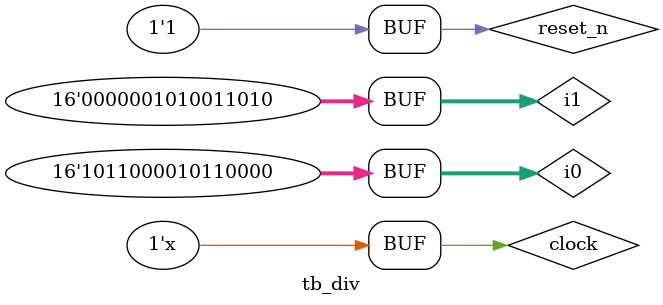
<source format=sv>
`timescale 1 ns/10 ps  // time-unit = 1 ns, precision = 10 ps

module tb_div;
    // Signals
    logic clock = 0;
    logic reset_n;
    logic [15:0] i0, i1;
    logic [15:0] o0, o1;
    logic ready;

    // Instantiate the Device Under Test (DUT)
    div #( .WIDTH(16) ) DUT (
        .clock(clock),
        .reset_n(reset_n),
        .i0(i0),
        .i1(i1),
        .o0(o0),
        .o1(o1),
        .ready(ready)
    );

    // Clock generation
    always begin
        #10 clock = ~clock; // Toggle clock every 10 ns
    end

    // Stimulus generation
    initial begin
        // Initial reset signal
        reset_n = 0;

        // Apply test inputs
        i0 = 16'hB0B0;
        i1 = 16'h029A;

        // Removes the reset
        #50 reset_n = 1;

    end

endmodule

</source>
